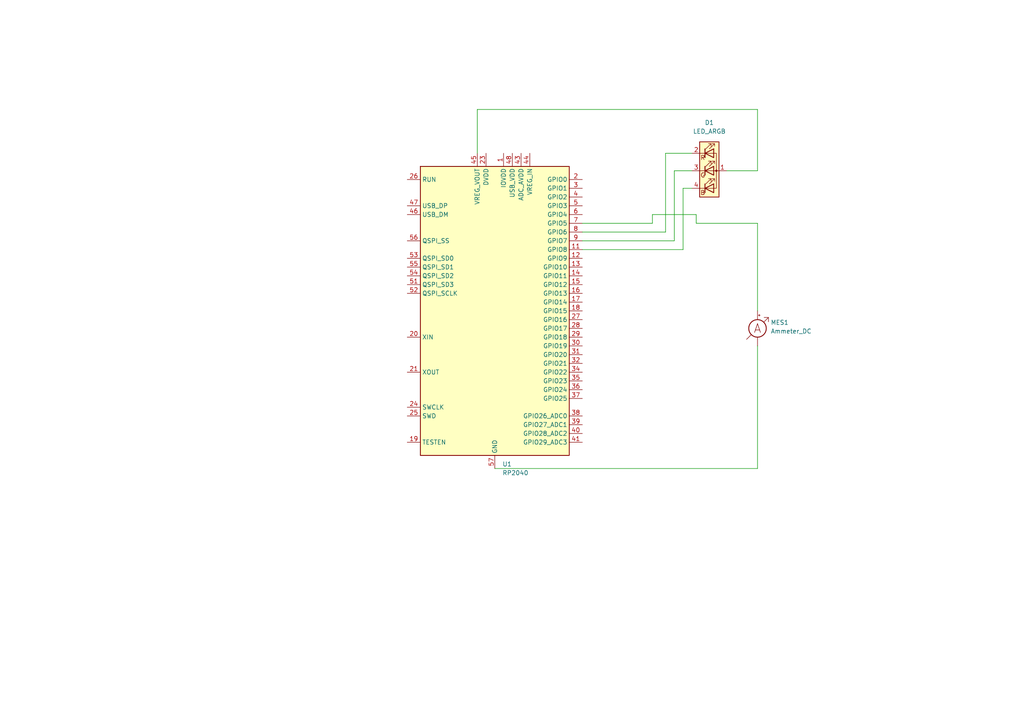
<source format=kicad_sch>
(kicad_sch (version 20231120) (generator "eeschema") (generator_version "8.0")
  (paper "A4")
  (title_block (title "NuVu Meter") (date "2024-02-29") (rev "1"))
  (lib_symbols
    (symbol "Device:Ammeter_DC" (pin_numbers hide) (pin_names (offset 0.0254) hide)
      (property "Reference" "MES" (at -3.302 1.016 0))
      (property "Value" "Ammeter_DC" (at -3.302 -0.762 0))
      (symbol "Ammeter_DC_0_0"
        (polyline (pts (xy -3.175 -3.175) (xy -1.905 -1.905)))
        (polyline (pts (xy 1.905 1.905) (xy 3.175 3.175)))
        (polyline (pts (xy 1.905 3.175) (xy 3.175 3.175) (xy 3.175 1.905)))
        (text "A" (at 0 0 0) (effects (font (size 2.54 2.54))))
      )
      (symbol "Ammeter_DC_0_1"
        (polyline (pts (xy 0.254 3.81) (xy 0.762 3.81)))
        (polyline (pts (xy 0.508 4.064) (xy 0.508 3.556)))
        (circle (center 0 0) (radius 2.54) (stroke (width 0.254)))
      )
      (symbol "Ammeter_DC_1_1"
        (pin passive line (at 0 -5.08 90) (length 2.54) (name "-") (number "1"))
        (pin passive line (at 0 5.08 270) (length 2.54) (name "+") (number "2"))
      )
    )
    (symbol "Device:LED_ARGB" (pin_names (offset 0) hide)
      (property "Reference" "D" (at 0 9.398 0))
      (property "Value" "LED_ARGB" (at 0 -8.89 0))
      (symbol "LED_ARGB_0_0"
        (text "B" (at -1.905 -6.35 0) (effects (font (size 1.27 1.27))))
        (text "G" (at -1.905 -1.27 0) (effects (font (size 1.27 1.27))))
        (text "R" (at -1.905 3.81 0) (effects (font (size 1.27 1.27))))
      )
      (symbol "LED_ARGB_0_1"
        (polyline (pts (xy -1.27 -5.08) (xy -2.54 -5.08)))
        (polyline (pts (xy -1.27 -5.08) (xy 1.27 -5.08)))
        (polyline (pts (xy -1.27 -3.81) (xy -1.27 -6.35)) (stroke (width 0.254)))
        (polyline (pts (xy -1.27 0) (xy -2.54 0)))
        (polyline (pts (xy -1.27 1.27) (xy -1.27 -1.27)) (stroke (width 0.254)))
        (polyline (pts (xy -1.27 5.08) (xy -2.54 5.08)))
        (polyline (pts (xy -1.27 5.08) (xy 1.27 5.08)))
        (polyline (pts (xy -1.27 6.35) (xy -1.27 3.81)) (stroke (width 0.254)))
        (polyline (pts (xy 1.27 0) (xy -1.27 0)))
        (polyline (pts (xy 1.27 0) (xy 2.54 0)))
        (polyline (pts (xy -1.27 1.27) (xy -1.27 -1.27) (xy -1.27 -1.27)))
        (polyline (pts (xy -1.27 6.35) (xy -1.27 3.81) (xy -1.27 3.81)))
        (polyline (pts (xy 1.27 -5.08) (xy 2.032 -5.08) (xy 2.032 5.08) (xy 1.27 5.08)))
        (polyline (pts (xy 1.27 -3.81) (xy 1.27 -6.35) (xy -1.27 -5.08) (xy 1.27 -3.81)) (stroke (width 0.254)))
        (polyline (pts (xy 1.27 1.27) (xy 1.27 -1.27) (xy -1.27 0) (xy 1.27 1.27)) (stroke (width 0.254)))
        (polyline (pts (xy 1.27 6.35) (xy 1.27 3.81) (xy -1.27 5.08) (xy 1.27 6.35)) (stroke (width 0.254)))
        (polyline (pts (xy -1.016 -3.81) (xy 0.508 -2.286) (xy -0.254 -2.286) (xy 0.508 -2.286) (xy 0.508 -3.048)))
        (polyline (pts (xy -1.016 1.27) (xy 0.508 2.794) (xy -0.254 2.794) (xy 0.508 2.794) (xy 0.508 2.032)))
        (polyline (pts (xy -1.016 6.35) (xy 0.508 7.874) (xy -0.254 7.874) (xy 0.508 7.874) (xy 0.508 7.112)))
        (polyline (pts (xy 0 -3.81) (xy 1.524 -2.286) (xy 0.762 -2.286) (xy 1.524 -2.286) (xy 1.524 -3.048)))
        (polyline (pts (xy 0 1.27) (xy 1.524 2.794) (xy 0.762 2.794) (xy 1.524 2.794) (xy 1.524 2.032)))
        (polyline (pts (xy 0 6.35) (xy 1.524 7.874) (xy 0.762 7.874) (xy 1.524 7.874) (xy 1.524 7.112)))
        (rectangle (start 1.27 -1.27) (end 1.27 1.27))
        (rectangle (start 1.27 1.27) (end 1.27 1.27))
        (rectangle (start 1.27 3.81) (end 1.27 6.35))
        (rectangle (start 1.27 6.35) (end 1.27 6.35))
        (circle (center 2.032 0) (radius 0.254) (fill (type outline)))
        (rectangle (start 2.794 8.382) (end -2.794 -7.62) (stroke (width 0.254)) (fill (type background)))
      )
      (symbol "LED_ARGB_1_1"
        (pin passive line (at 5.08 0 180) (length 2.54) (name "A") (number "1"))
        (pin passive line (at -5.08 5.08 0) (length 2.54) (name "RK") (number "2"))
        (pin passive line (at -5.08 0 0) (length 2.54) (name "GK") (number "3"))
        (pin passive line (at -5.08 -5.08 0) (length 2.54) (name "BK") (number "4"))
      )
    )
    (symbol "MCU_RaspberryPi:RP2040"
      (property "Reference" "U" (at 17.78 45.72 0))
      (property "Value" "RP2040" (at 17.78 43.18 0))
      (symbol "RP2040_0_1"
        (rectangle (start -21.59 41.91) (end 21.59 -41.91) (stroke (width 0.254)) (fill (type background)))
      )
      (symbol "RP2040_1_1"
        (pin power_in line (at 2.54 45.72 270) (length 3.81) (name "IOVDD") (number "1"))
        (pin passive line (at 2.54 45.72 270) (length 3.81) hide (name "IOVDD") (number "10"))
        (pin bidirectional line (at 25.4 17.78 180) (length 3.81) (name "GPIO8") (number "11"))
        (pin bidirectional line (at 25.4 15.24 180) (length 3.81) (name "GPIO9") (number "12"))
        (pin bidirectional line (at 25.4 12.7 180) (length 3.81) (name "GPIO10") (number "13"))
        (pin bidirectional line (at 25.4 10.16 180) (length 3.81) (name "GPIO11") (number "14"))
        (pin bidirectional line (at 25.4 7.62 180) (length 3.81) (name "GPIO12") (number "15"))
        (pin bidirectional line (at 25.4 5.08 180) (length 3.81) (name "GPIO13") (number "16"))
        (pin bidirectional line (at 25.4 2.54 180) (length 3.81) (name "GPIO14") (number "17"))
        (pin bidirectional line (at 25.4 0 180) (length 3.81) (name "GPIO15") (number "18"))
        (pin input line (at -25.4 -38.1 0) (length 3.81) (name "TESTEN") (number "19"))
        (pin bidirectional line (at 25.4 38.1 180) (length 3.81) (name "GPIO0") (number "2"))
        (pin input line (at -25.4 -7.62 0) (length 3.81) (name "XIN") (number "20"))
        (pin passive line (at -25.4 -17.78 0) (length 3.81) (name "XOUT") (number "21"))
        (pin passive line (at 2.54 45.72 270) (length 3.81) hide (name "IOVDD") (number "22"))
        (pin power_in line (at -2.54 45.72 270) (length 3.81) (name "DVDD") (number "23"))
        (pin input line (at -25.4 -27.94 0) (length 3.81) (name "SWCLK") (number "24"))
        (pin bidirectional line (at -25.4 -30.48 0) (length 3.81) (name "SWD") (number "25"))
        (pin input line (at -25.4 38.1 0) (length 3.81) (name "RUN") (number "26"))
        (pin bidirectional line (at 25.4 -2.54 180) (length 3.81) (name "GPIO16") (number "27"))
        (pin bidirectional line (at 25.4 -5.08 180) (length 3.81) (name "GPIO17") (number "28"))
        (pin bidirectional line (at 25.4 -7.62 180) (length 3.81) (name "GPIO18") (number "29"))
        (pin bidirectional line (at 25.4 35.56 180) (length 3.81) (name "GPIO1") (number "3"))
        (pin bidirectional line (at 25.4 -10.16 180) (length 3.81) (name "GPIO19") (number "30"))
        (pin bidirectional line (at 25.4 -12.7 180) (length 3.81) (name "GPIO20") (number "31"))
        (pin bidirectional line (at 25.4 -15.24 180) (length 3.81) (name "GPIO21") (number "32"))
        (pin passive line (at 2.54 45.72 270) (length 3.81) hide (name "IOVDD") (number "33"))
        (pin bidirectional line (at 25.4 -17.78 180) (length 3.81) (name "GPIO22") (number "34"))
        (pin bidirectional line (at 25.4 -20.32 180) (length 3.81) (name "GPIO23") (number "35"))
        (pin bidirectional line (at 25.4 -22.86 180) (length 3.81) (name "GPIO24") (number "36"))
        (pin bidirectional line (at 25.4 -25.4 180) (length 3.81) (name "GPIO25") (number "37"))
        (pin bidirectional line (at 25.4 -30.48 180) (length 3.81) (name "GPIO26_ADC0") (number "38"))
        (pin bidirectional line (at 25.4 -33.02 180) (length 3.81) (name "GPIO27_ADC1") (number "39"))
        (pin bidirectional line (at 25.4 33.02 180) (length 3.81) (name "GPIO2") (number "4"))
        (pin bidirectional line (at 25.4 -35.56 180) (length 3.81) (name "GPIO28_ADC2") (number "40"))
        (pin bidirectional line (at 25.4 -38.1 180) (length 3.81) (name "GPIO29_ADC3") (number "41"))
        (pin passive line (at 2.54 45.72 270) (length 3.81) hide (name "IOVDD") (number "42"))
        (pin power_in line (at 7.62 45.72 270) (length 3.81) (name "ADC_AVDD") (number "43"))
        (pin power_in line (at 10.16 45.72 270) (length 3.81) (name "VREG_IN") (number "44"))
        (pin power_out line (at -5.08 45.72 270) (length 3.81) (name "VREG_VOUT") (number "45"))
        (pin bidirectional line (at -25.4 27.94 0) (length 3.81) (name "USB_DM") (number "46"))
        (pin bidirectional line (at -25.4 30.48 0) (length 3.81) (name "USB_DP") (number "47"))
        (pin power_in line (at 5.08 45.72 270) (length 3.81) (name "USB_VDD") (number "48"))
        (pin passive line (at 2.54 45.72 270) (length 3.81) hide (name "IOVDD") (number "49"))
        (pin bidirectional line (at 25.4 30.48 180) (length 3.81) (name "GPIO3") (number "5"))
        (pin passive line (at -2.54 45.72 270) (length 3.81) hide (name "DVDD") (number "50"))
        (pin bidirectional line (at -25.4 7.62 0) (length 3.81) (name "QSPI_SD3") (number "51"))
        (pin output line (at -25.4 5.08 0) (length 3.81) (name "QSPI_SCLK") (number "52"))
        (pin bidirectional line (at -25.4 15.24 0) (length 3.81) (name "QSPI_SD0") (number "53"))
        (pin bidirectional line (at -25.4 10.16 0) (length 3.81) (name "QSPI_SD2") (number "54"))
        (pin bidirectional line (at -25.4 12.7 0) (length 3.81) (name "QSPI_SD1") (number "55"))
        (pin bidirectional line (at -25.4 20.32 0) (length 3.81) (name "QSPI_SS") (number "56"))
        (pin power_in line (at 0 -45.72 90) (length 3.81) (name "GND") (number "57"))
        (pin bidirectional line (at 25.4 27.94 180) (length 3.81) (name "GPIO4") (number "6"))
        (pin bidirectional line (at 25.4 25.4 180) (length 3.81) (name "GPIO5") (number "7"))
        (pin bidirectional line (at 25.4 22.86 180) (length 3.81) (name "GPIO6") (number "8"))
        (pin bidirectional line (at 25.4 20.32 180) (length 3.81) (name "GPIO7") (number "9"))
      )
    )
  )
  (wire (pts (xy 168.91 64.77) (xy 189.23 64.77)))
  (wire (pts (xy 198.12 54.61) (xy 200.66 54.61)))
  (wire (pts (xy 195.58 69.85) (xy 195.58 49.53)))
  (wire (pts (xy 189.23 62.23) (xy 201.93 62.23)))
  (wire (pts (xy 193.04 67.31) (xy 193.04 44.45)))
  (wire (pts (xy 138.43 44.45) (xy 138.43 31.75)))
  (wire (pts (xy 193.04 44.45) (xy 200.66 44.45)))
  (wire (pts (xy 189.23 64.77) (xy 189.23 62.23)))
  (wire (pts (xy 219.71 31.75) (xy 219.71 49.53)))
  (wire (pts (xy 219.71 135.89) (xy 219.71 100.33)))
  (wire (pts (xy 219.71 49.53) (xy 210.82 49.53)))
  (wire (pts (xy 201.93 64.77) (xy 219.71 64.77)))
  (wire (pts (xy 198.12 72.39) (xy 198.12 54.61)))
  (wire (pts (xy 168.91 69.85) (xy 195.58 69.85)))
  (wire (pts (xy 168.91 67.31) (xy 193.04 67.31)))
  (wire (pts (xy 143.51 135.89) (xy 219.71 135.89)))
  (wire (pts (xy 195.58 49.53) (xy 200.66 49.53)))
  (wire (pts (xy 168.91 72.39) (xy 198.12 72.39)))
  (wire (pts (xy 201.93 62.23) (xy 201.93 64.77)))
  (wire (pts (xy 219.71 64.77) (xy 219.71 90.17)))
  (wire (pts (xy 138.43 31.75) (xy 219.71 31.75)))
  (symbol (lib_id "Device:LED_ARGB") (at 205.74 49.53 0) (unit 1)
    (property "Reference" "D1" (at 205.74 35.56 0))
    (property "Value" "LED_ARGB" (at 205.74 38.1 0))
    (property "Description" "RGB LED, anode/red/green/blue" (effects (hide yes)))
  )
  (symbol (lib_id "Device:Ammeter_DC") (at 219.71 95.25 0) (unit 1)
    (property "Reference" "MES1" (at 223.52 93.5354 0) (effects (justify left)))
    (property "Value" "Ammeter_DC" (at 223.52 96.0754 0) (effects (justify left)))
    (property "Description" "DC ammeter" (effects (hide yes)))
  )
  (symbol (lib_id "MCU_RaspberryPi:RP2040") (at 143.51 90.17 0) (unit 1)
    (property "Reference" "U1" (at 145.7041 134.62 0) (effects (justify left)))
    (property "Value" "RP2040" (at 145.7041 137.16 0) (effects (justify left)))
    (property "Footprint" "Package_DFN_QFN:QFN-56-1EP_7x7mm_P0.4mm_EP3.2x3.2mm" (effects (hide yes)))
    (property "Datasheet" "https://datasheets.raspberrypi.com/rp2040/rp2040-datasheet.pdf" (effects (hide yes)))
    (property "Description" "A microcontroller by Raspberry Pi" (effects (hide yes)))
  )
)
</source>
